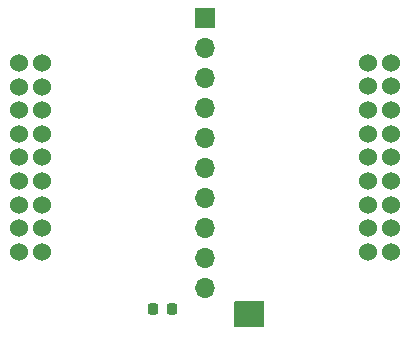
<source format=gts>
G04 #@! TF.GenerationSoftware,KiCad,Pcbnew,7.0.6-0*
G04 #@! TF.CreationDate,2023-11-15T10:51:59-05:00*
G04 #@! TF.ProjectId,AntSniffer,416e7453-6e69-4666-9665-722e6b696361,rev?*
G04 #@! TF.SameCoordinates,Original*
G04 #@! TF.FileFunction,Soldermask,Top*
G04 #@! TF.FilePolarity,Negative*
%FSLAX46Y46*%
G04 Gerber Fmt 4.6, Leading zero omitted, Abs format (unit mm)*
G04 Created by KiCad (PCBNEW 7.0.6-0) date 2023-11-15 10:51:59*
%MOMM*%
%LPD*%
G01*
G04 APERTURE LIST*
G04 Aperture macros list*
%AMRoundRect*
0 Rectangle with rounded corners*
0 $1 Rounding radius*
0 $2 $3 $4 $5 $6 $7 $8 $9 X,Y pos of 4 corners*
0 Add a 4 corners polygon primitive as box body*
4,1,4,$2,$3,$4,$5,$6,$7,$8,$9,$2,$3,0*
0 Add four circle primitives for the rounded corners*
1,1,$1+$1,$2,$3*
1,1,$1+$1,$4,$5*
1,1,$1+$1,$6,$7*
1,1,$1+$1,$8,$9*
0 Add four rect primitives between the rounded corners*
20,1,$1+$1,$2,$3,$4,$5,0*
20,1,$1+$1,$4,$5,$6,$7,0*
20,1,$1+$1,$6,$7,$8,$9,0*
20,1,$1+$1,$8,$9,$2,$3,0*%
G04 Aperture macros list end*
%ADD10R,1.700000X1.700000*%
%ADD11O,1.700000X1.700000*%
%ADD12C,1.524000*%
%ADD13RoundRect,0.218750X-0.218750X-0.256250X0.218750X-0.256250X0.218750X0.256250X-0.218750X0.256250X0*%
G04 APERTURE END LIST*
D10*
X168579800Y-45979000D03*
D11*
X168579800Y-48519000D03*
X168579800Y-51059000D03*
X168579800Y-53599000D03*
X168579800Y-56139000D03*
X168579800Y-58679000D03*
X168579800Y-61219000D03*
X168579800Y-63759000D03*
X168579800Y-66299000D03*
X168579800Y-68839000D03*
D12*
X182301000Y-49759600D03*
X184300000Y-49759600D03*
X182301000Y-51758600D03*
X184300000Y-51758600D03*
X182300000Y-53759600D03*
X184300000Y-53759600D03*
X182300000Y-55759600D03*
X184300000Y-55759600D03*
X182300000Y-57759600D03*
X184300000Y-57759600D03*
X182300000Y-59759600D03*
X184300000Y-59759600D03*
X182300000Y-61759600D03*
X184300000Y-61759600D03*
X182300000Y-63759600D03*
X184300000Y-63759600D03*
X182300000Y-65759600D03*
X184300000Y-65759600D03*
D13*
X164160100Y-70561200D03*
X165735100Y-70561200D03*
D12*
X154769000Y-49771800D03*
X152770000Y-49771800D03*
X154769000Y-51770800D03*
X152770000Y-51770800D03*
X154770000Y-53771800D03*
X152770000Y-53771800D03*
X154770000Y-55771800D03*
X152770000Y-55771800D03*
X154770000Y-57771800D03*
X152770000Y-57771800D03*
X154770000Y-59771800D03*
X152770000Y-59771800D03*
X154770000Y-61771800D03*
X152770000Y-61771800D03*
X154770000Y-63771800D03*
X152770000Y-63771800D03*
X154770000Y-65771800D03*
X152770000Y-65771800D03*
G36*
X173501239Y-69945885D02*
G01*
X173546994Y-69998689D01*
X173558200Y-70050200D01*
X173558200Y-71986600D01*
X173538515Y-72053639D01*
X173485711Y-72099394D01*
X173434200Y-72110600D01*
X171091400Y-72110600D01*
X171024361Y-72090915D01*
X170978606Y-72038111D01*
X170967400Y-71986600D01*
X170967400Y-70050200D01*
X170987085Y-69983161D01*
X171039889Y-69937406D01*
X171091400Y-69926200D01*
X173434200Y-69926200D01*
X173501239Y-69945885D01*
G37*
M02*

</source>
